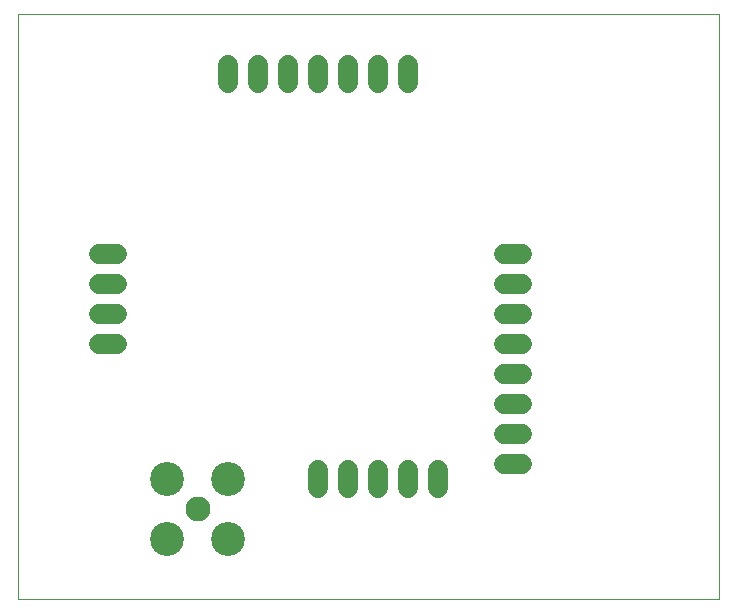
<source format=gbs>
G75*
%MOIN*%
%OFA0B0*%
%FSLAX25Y25*%
%IPPOS*%
%LPD*%
%AMOC8*
5,1,8,0,0,1.08239X$1,22.5*
%
%ADD10C,0.00000*%
%ADD11C,0.06800*%
%ADD12C,0.08300*%
%ADD13C,0.11300*%
D10*
X0001000Y0017069D02*
X0001000Y0212030D01*
X0234701Y0212030D01*
X0234701Y0017069D01*
X0001000Y0017069D01*
D11*
X0028000Y0102069D02*
X0034000Y0102069D01*
X0034000Y0112069D02*
X0028000Y0112069D01*
X0028000Y0122069D02*
X0034000Y0122069D01*
X0034000Y0132069D02*
X0028000Y0132069D01*
X0071000Y0189069D02*
X0071000Y0195069D01*
X0081000Y0195069D02*
X0081000Y0189069D01*
X0091000Y0189069D02*
X0091000Y0195069D01*
X0101000Y0195069D02*
X0101000Y0189069D01*
X0111000Y0189069D02*
X0111000Y0195069D01*
X0121000Y0195069D02*
X0121000Y0189069D01*
X0131000Y0189069D02*
X0131000Y0195069D01*
X0163000Y0132069D02*
X0169000Y0132069D01*
X0169000Y0122069D02*
X0163000Y0122069D01*
X0163000Y0112069D02*
X0169000Y0112069D01*
X0169000Y0102069D02*
X0163000Y0102069D01*
X0163000Y0092069D02*
X0169000Y0092069D01*
X0169000Y0082069D02*
X0163000Y0082069D01*
X0163000Y0072069D02*
X0169000Y0072069D01*
X0169000Y0062069D02*
X0163000Y0062069D01*
X0141000Y0060069D02*
X0141000Y0054069D01*
X0131000Y0054069D02*
X0131000Y0060069D01*
X0121000Y0060069D02*
X0121000Y0054069D01*
X0111000Y0054069D02*
X0111000Y0060069D01*
X0101000Y0060069D02*
X0101000Y0054069D01*
D12*
X0061000Y0047069D03*
D13*
X0050961Y0057108D03*
X0050961Y0037030D03*
X0071039Y0037030D03*
X0071039Y0057108D03*
M02*

</source>
